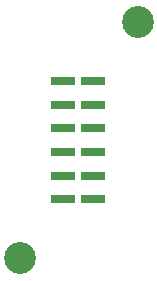
<source format=gbs>
G04 #@! TF.GenerationSoftware,KiCad,Pcbnew,5.1.10-88a1d61d58~90~ubuntu20.04.1*
G04 #@! TF.CreationDate,2021-10-26T15:29:24+01:00*
G04 #@! TF.ProjectId,IMU,494d552e-6b69-4636-9164-5f7063625858,rev?*
G04 #@! TF.SameCoordinates,Original*
G04 #@! TF.FileFunction,Soldermask,Bot*
G04 #@! TF.FilePolarity,Negative*
%FSLAX46Y46*%
G04 Gerber Fmt 4.6, Leading zero omitted, Abs format (unit mm)*
G04 Created by KiCad (PCBNEW 5.1.10-88a1d61d58~90~ubuntu20.04.1) date 2021-10-26 15:29:24*
%MOMM*%
%LPD*%
G01*
G04 APERTURE LIST*
%ADD10R,2.000000X0.800000*%
%ADD11C,2.700000*%
G04 APERTURE END LIST*
D10*
X6150000Y-7500000D03*
X6150000Y-9500000D03*
X6150000Y-11500000D03*
X6150000Y-13500000D03*
X6150000Y-15500000D03*
X6150000Y-17500000D03*
X8675000Y-17500000D03*
X8675000Y-15500000D03*
X8675000Y-13500000D03*
X8675000Y-11500000D03*
X8675000Y-9500000D03*
X8675000Y-7500000D03*
D11*
X2500000Y-22500000D03*
X12500000Y-2500000D03*
M02*

</source>
